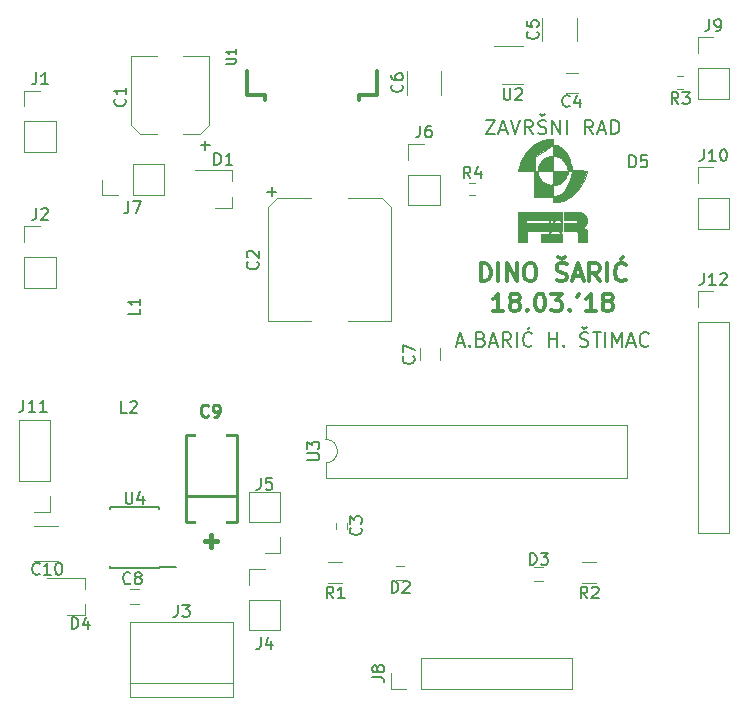
<source format=gbr>
G04 #@! TF.FileFunction,Legend,Top*
%FSLAX46Y46*%
G04 Gerber Fmt 4.6, Leading zero omitted, Abs format (unit mm)*
G04 Created by KiCad (PCBNEW 4.0.7) date 03/26/18 17:29:43*
%MOMM*%
%LPD*%
G01*
G04 APERTURE LIST*
%ADD10C,0.100000*%
%ADD11C,0.160000*%
%ADD12C,0.200000*%
%ADD13C,0.300000*%
%ADD14C,0.120000*%
%ADD15C,0.228600*%
%ADD16C,0.381000*%
%ADD17C,0.350000*%
%ADD18C,0.150000*%
%ADD19C,0.002540*%
%ADD20C,0.254000*%
%ADD21R,1.600000X3.500000*%
%ADD22R,2.500000X4.000000*%
%ADD23R,0.500000X0.600000*%
%ADD24R,1.500000X1.250000*%
%ADD25R,2.500000X2.000000*%
%ADD26R,1.250000X1.500000*%
%ADD27R,1.200000X0.750000*%
%ADD28R,2.550000X2.770000*%
%ADD29R,2.000000X2.500000*%
%ADD30R,1.900000X0.800000*%
%ADD31R,1.700000X1.700000*%
%ADD32O,1.700000X1.700000*%
%ADD33R,0.400000X1.350000*%
%ADD34O,1.250000X0.950000*%
%ADD35O,1.000000X1.550000*%
%ADD36R,4.000000X5.500000*%
%ADD37R,3.000000X3.200000*%
%ADD38R,1.500000X1.300000*%
%ADD39R,1.000000X3.850000*%
%ADD40R,10.950000X9.600000*%
%ADD41R,1.560000X0.650000*%
%ADD42R,1.600000X2.400000*%
%ADD43O,1.600000X2.400000*%
%ADD44R,1.550000X0.600000*%
%ADD45C,2.700000*%
%ADD46R,1.500000X2.600000*%
%ADD47R,2.600000X1.500000*%
%ADD48R,0.400000X0.600000*%
G04 APERTURE END LIST*
D10*
D11*
X149314287Y-72742857D02*
X150114287Y-72742857D01*
X149314287Y-73942857D01*
X150114287Y-73942857D01*
X150514286Y-73600000D02*
X151085715Y-73600000D01*
X150400001Y-73942857D02*
X150800001Y-72742857D01*
X151200001Y-73942857D01*
X151428572Y-72742857D02*
X151828572Y-73942857D01*
X152228572Y-72742857D01*
X153314286Y-73942857D02*
X152914286Y-73371429D01*
X152628571Y-73942857D02*
X152628571Y-72742857D01*
X153085714Y-72742857D01*
X153200000Y-72800000D01*
X153257143Y-72857143D01*
X153314286Y-72971429D01*
X153314286Y-73142857D01*
X153257143Y-73257143D01*
X153200000Y-73314286D01*
X153085714Y-73371429D01*
X152628571Y-73371429D01*
X153771428Y-73885714D02*
X153942857Y-73942857D01*
X154228571Y-73942857D01*
X154342857Y-73885714D01*
X154400000Y-73828571D01*
X154457143Y-73714286D01*
X154457143Y-73600000D01*
X154400000Y-73485714D01*
X154342857Y-73428571D01*
X154228571Y-73371429D01*
X154000000Y-73314286D01*
X153885714Y-73257143D01*
X153828571Y-73200000D01*
X153771428Y-73085714D01*
X153771428Y-72971429D01*
X153828571Y-72857143D01*
X153885714Y-72800000D01*
X154000000Y-72742857D01*
X154285714Y-72742857D01*
X154457143Y-72800000D01*
X153885714Y-72285714D02*
X154114286Y-72457143D01*
X154342857Y-72285714D01*
X154971428Y-73942857D02*
X154971428Y-72742857D01*
X155657143Y-73942857D01*
X155657143Y-72742857D01*
X156228571Y-73942857D02*
X156228571Y-72742857D01*
X158400001Y-73942857D02*
X158000001Y-73371429D01*
X157714286Y-73942857D02*
X157714286Y-72742857D01*
X158171429Y-72742857D01*
X158285715Y-72800000D01*
X158342858Y-72857143D01*
X158400001Y-72971429D01*
X158400001Y-73142857D01*
X158342858Y-73257143D01*
X158285715Y-73314286D01*
X158171429Y-73371429D01*
X157714286Y-73371429D01*
X158857143Y-73600000D02*
X159428572Y-73600000D01*
X158742858Y-73942857D02*
X159142858Y-72742857D01*
X159542858Y-73942857D01*
X159942857Y-73942857D02*
X159942857Y-72742857D01*
X160228572Y-72742857D01*
X160400000Y-72800000D01*
X160514286Y-72914286D01*
X160571429Y-73028571D01*
X160628572Y-73257143D01*
X160628572Y-73428571D01*
X160571429Y-73657143D01*
X160514286Y-73771429D01*
X160400000Y-73885714D01*
X160228572Y-73942857D01*
X159942857Y-73942857D01*
D12*
X146885713Y-91600000D02*
X147457142Y-91600000D01*
X146771428Y-91942857D02*
X147171428Y-90742857D01*
X147571428Y-91942857D01*
X147971427Y-91828571D02*
X148028570Y-91885714D01*
X147971427Y-91942857D01*
X147914284Y-91885714D01*
X147971427Y-91828571D01*
X147971427Y-91942857D01*
X148942856Y-91314286D02*
X149114285Y-91371429D01*
X149171428Y-91428571D01*
X149228571Y-91542857D01*
X149228571Y-91714286D01*
X149171428Y-91828571D01*
X149114285Y-91885714D01*
X148999999Y-91942857D01*
X148542856Y-91942857D01*
X148542856Y-90742857D01*
X148942856Y-90742857D01*
X149057142Y-90800000D01*
X149114285Y-90857143D01*
X149171428Y-90971429D01*
X149171428Y-91085714D01*
X149114285Y-91200000D01*
X149057142Y-91257143D01*
X148942856Y-91314286D01*
X148542856Y-91314286D01*
X149685713Y-91600000D02*
X150257142Y-91600000D01*
X149571428Y-91942857D02*
X149971428Y-90742857D01*
X150371428Y-91942857D01*
X151457142Y-91942857D02*
X151057142Y-91371429D01*
X150771427Y-91942857D02*
X150771427Y-90742857D01*
X151228570Y-90742857D01*
X151342856Y-90800000D01*
X151399999Y-90857143D01*
X151457142Y-90971429D01*
X151457142Y-91142857D01*
X151399999Y-91257143D01*
X151342856Y-91314286D01*
X151228570Y-91371429D01*
X150771427Y-91371429D01*
X151971427Y-91942857D02*
X151971427Y-90742857D01*
X153228571Y-91828571D02*
X153171428Y-91885714D01*
X152999999Y-91942857D01*
X152885713Y-91942857D01*
X152714285Y-91885714D01*
X152599999Y-91771429D01*
X152542856Y-91657143D01*
X152485713Y-91428571D01*
X152485713Y-91257143D01*
X152542856Y-91028571D01*
X152599999Y-90914286D01*
X152714285Y-90800000D01*
X152885713Y-90742857D01*
X152999999Y-90742857D01*
X153171428Y-90800000D01*
X153228571Y-90857143D01*
X153057142Y-90285714D02*
X152885713Y-90457143D01*
X154657142Y-91942857D02*
X154657142Y-90742857D01*
X154657142Y-91314286D02*
X155342857Y-91314286D01*
X155342857Y-91942857D02*
X155342857Y-90742857D01*
X155914285Y-91828571D02*
X155971428Y-91885714D01*
X155914285Y-91942857D01*
X155857142Y-91885714D01*
X155914285Y-91828571D01*
X155914285Y-91942857D01*
X157342857Y-91885714D02*
X157514286Y-91942857D01*
X157800000Y-91942857D01*
X157914286Y-91885714D01*
X157971429Y-91828571D01*
X158028572Y-91714286D01*
X158028572Y-91600000D01*
X157971429Y-91485714D01*
X157914286Y-91428571D01*
X157800000Y-91371429D01*
X157571429Y-91314286D01*
X157457143Y-91257143D01*
X157400000Y-91200000D01*
X157342857Y-91085714D01*
X157342857Y-90971429D01*
X157400000Y-90857143D01*
X157457143Y-90800000D01*
X157571429Y-90742857D01*
X157857143Y-90742857D01*
X158028572Y-90800000D01*
X157457143Y-90285714D02*
X157685715Y-90457143D01*
X157914286Y-90285714D01*
X158371429Y-90742857D02*
X159057143Y-90742857D01*
X158714286Y-91942857D02*
X158714286Y-90742857D01*
X159457143Y-91942857D02*
X159457143Y-90742857D01*
X160028572Y-91942857D02*
X160028572Y-90742857D01*
X160428572Y-91600000D01*
X160828572Y-90742857D01*
X160828572Y-91942857D01*
X161342858Y-91600000D02*
X161914287Y-91600000D01*
X161228573Y-91942857D02*
X161628573Y-90742857D01*
X162028573Y-91942857D01*
X163114287Y-91828571D02*
X163057144Y-91885714D01*
X162885715Y-91942857D01*
X162771429Y-91942857D01*
X162600001Y-91885714D01*
X162485715Y-91771429D01*
X162428572Y-91657143D01*
X162371429Y-91428571D01*
X162371429Y-91257143D01*
X162428572Y-91028571D01*
X162485715Y-90914286D01*
X162600001Y-90800000D01*
X162771429Y-90742857D01*
X162885715Y-90742857D01*
X163057144Y-90800000D01*
X163114287Y-90857143D01*
D13*
X148892857Y-86403571D02*
X148892857Y-84903571D01*
X149250000Y-84903571D01*
X149464285Y-84975000D01*
X149607143Y-85117857D01*
X149678571Y-85260714D01*
X149750000Y-85546429D01*
X149750000Y-85760714D01*
X149678571Y-86046429D01*
X149607143Y-86189286D01*
X149464285Y-86332143D01*
X149250000Y-86403571D01*
X148892857Y-86403571D01*
X150392857Y-86403571D02*
X150392857Y-84903571D01*
X151107143Y-86403571D02*
X151107143Y-84903571D01*
X151964286Y-86403571D01*
X151964286Y-84903571D01*
X152964286Y-84903571D02*
X153250000Y-84903571D01*
X153392858Y-84975000D01*
X153535715Y-85117857D01*
X153607143Y-85403571D01*
X153607143Y-85903571D01*
X153535715Y-86189286D01*
X153392858Y-86332143D01*
X153250000Y-86403571D01*
X152964286Y-86403571D01*
X152821429Y-86332143D01*
X152678572Y-86189286D01*
X152607143Y-85903571D01*
X152607143Y-85403571D01*
X152678572Y-85117857D01*
X152821429Y-84975000D01*
X152964286Y-84903571D01*
X155321429Y-86332143D02*
X155535715Y-86403571D01*
X155892858Y-86403571D01*
X156035715Y-86332143D01*
X156107144Y-86260714D01*
X156178572Y-86117857D01*
X156178572Y-85975000D01*
X156107144Y-85832143D01*
X156035715Y-85760714D01*
X155892858Y-85689286D01*
X155607144Y-85617857D01*
X155464286Y-85546429D01*
X155392858Y-85475000D01*
X155321429Y-85332143D01*
X155321429Y-85189286D01*
X155392858Y-85046429D01*
X155464286Y-84975000D01*
X155607144Y-84903571D01*
X155964286Y-84903571D01*
X156178572Y-84975000D01*
X155464286Y-84332143D02*
X155750001Y-84546429D01*
X156035715Y-84332143D01*
X156750000Y-85975000D02*
X157464286Y-85975000D01*
X156607143Y-86403571D02*
X157107143Y-84903571D01*
X157607143Y-86403571D01*
X158964286Y-86403571D02*
X158464286Y-85689286D01*
X158107143Y-86403571D02*
X158107143Y-84903571D01*
X158678571Y-84903571D01*
X158821429Y-84975000D01*
X158892857Y-85046429D01*
X158964286Y-85189286D01*
X158964286Y-85403571D01*
X158892857Y-85546429D01*
X158821429Y-85617857D01*
X158678571Y-85689286D01*
X158107143Y-85689286D01*
X159607143Y-86403571D02*
X159607143Y-84903571D01*
X161178572Y-86260714D02*
X161107143Y-86332143D01*
X160892857Y-86403571D01*
X160750000Y-86403571D01*
X160535715Y-86332143D01*
X160392857Y-86189286D01*
X160321429Y-86046429D01*
X160250000Y-85760714D01*
X160250000Y-85546429D01*
X160321429Y-85260714D01*
X160392857Y-85117857D01*
X160535715Y-84975000D01*
X160750000Y-84903571D01*
X160892857Y-84903571D01*
X161107143Y-84975000D01*
X161178572Y-85046429D01*
X160964286Y-84332143D02*
X160750000Y-84546429D01*
X150785715Y-88953571D02*
X149928572Y-88953571D01*
X150357144Y-88953571D02*
X150357144Y-87453571D01*
X150214287Y-87667857D01*
X150071429Y-87810714D01*
X149928572Y-87882143D01*
X151642858Y-88096429D02*
X151500000Y-88025000D01*
X151428572Y-87953571D01*
X151357143Y-87810714D01*
X151357143Y-87739286D01*
X151428572Y-87596429D01*
X151500000Y-87525000D01*
X151642858Y-87453571D01*
X151928572Y-87453571D01*
X152071429Y-87525000D01*
X152142858Y-87596429D01*
X152214286Y-87739286D01*
X152214286Y-87810714D01*
X152142858Y-87953571D01*
X152071429Y-88025000D01*
X151928572Y-88096429D01*
X151642858Y-88096429D01*
X151500000Y-88167857D01*
X151428572Y-88239286D01*
X151357143Y-88382143D01*
X151357143Y-88667857D01*
X151428572Y-88810714D01*
X151500000Y-88882143D01*
X151642858Y-88953571D01*
X151928572Y-88953571D01*
X152071429Y-88882143D01*
X152142858Y-88810714D01*
X152214286Y-88667857D01*
X152214286Y-88382143D01*
X152142858Y-88239286D01*
X152071429Y-88167857D01*
X151928572Y-88096429D01*
X152857143Y-88810714D02*
X152928571Y-88882143D01*
X152857143Y-88953571D01*
X152785714Y-88882143D01*
X152857143Y-88810714D01*
X152857143Y-88953571D01*
X153857143Y-87453571D02*
X154000000Y-87453571D01*
X154142857Y-87525000D01*
X154214286Y-87596429D01*
X154285715Y-87739286D01*
X154357143Y-88025000D01*
X154357143Y-88382143D01*
X154285715Y-88667857D01*
X154214286Y-88810714D01*
X154142857Y-88882143D01*
X154000000Y-88953571D01*
X153857143Y-88953571D01*
X153714286Y-88882143D01*
X153642857Y-88810714D01*
X153571429Y-88667857D01*
X153500000Y-88382143D01*
X153500000Y-88025000D01*
X153571429Y-87739286D01*
X153642857Y-87596429D01*
X153714286Y-87525000D01*
X153857143Y-87453571D01*
X154857143Y-87453571D02*
X155785714Y-87453571D01*
X155285714Y-88025000D01*
X155500000Y-88025000D01*
X155642857Y-88096429D01*
X155714286Y-88167857D01*
X155785714Y-88310714D01*
X155785714Y-88667857D01*
X155714286Y-88810714D01*
X155642857Y-88882143D01*
X155500000Y-88953571D01*
X155071428Y-88953571D01*
X154928571Y-88882143D01*
X154857143Y-88810714D01*
X156428571Y-88810714D02*
X156499999Y-88882143D01*
X156428571Y-88953571D01*
X156357142Y-88882143D01*
X156428571Y-88810714D01*
X156428571Y-88953571D01*
X157214285Y-87453571D02*
X157071428Y-87739286D01*
X158642857Y-88953571D02*
X157785714Y-88953571D01*
X158214286Y-88953571D02*
X158214286Y-87453571D01*
X158071429Y-87667857D01*
X157928571Y-87810714D01*
X157785714Y-87882143D01*
X159500000Y-88096429D02*
X159357142Y-88025000D01*
X159285714Y-87953571D01*
X159214285Y-87810714D01*
X159214285Y-87739286D01*
X159285714Y-87596429D01*
X159357142Y-87525000D01*
X159500000Y-87453571D01*
X159785714Y-87453571D01*
X159928571Y-87525000D01*
X160000000Y-87596429D01*
X160071428Y-87739286D01*
X160071428Y-87810714D01*
X160000000Y-87953571D01*
X159928571Y-88025000D01*
X159785714Y-88096429D01*
X159500000Y-88096429D01*
X159357142Y-88167857D01*
X159285714Y-88239286D01*
X159214285Y-88382143D01*
X159214285Y-88667857D01*
X159285714Y-88810714D01*
X159357142Y-88882143D01*
X159500000Y-88953571D01*
X159785714Y-88953571D01*
X159928571Y-88882143D01*
X160000000Y-88810714D01*
X160071428Y-88667857D01*
X160071428Y-88382143D01*
X160000000Y-88239286D01*
X159928571Y-88167857D01*
X159785714Y-88096429D01*
D14*
X125140000Y-73900000D02*
X123720000Y-73900000D01*
X125900000Y-67300000D02*
X123720000Y-67300000D01*
X119300000Y-67300000D02*
X121480000Y-67300000D01*
X120060000Y-73900000D02*
X121480000Y-73900000D01*
X125900000Y-67300000D02*
X125900000Y-73140000D01*
X125900000Y-73140000D02*
X125140000Y-73900000D01*
X120060000Y-73900000D02*
X119300000Y-73140000D01*
X119300000Y-73140000D02*
X119300000Y-67300000D01*
X140550000Y-79390000D02*
X137660000Y-79390000D01*
X131650000Y-79390000D02*
X134540000Y-79390000D01*
X130890000Y-89810000D02*
X134540000Y-89810000D01*
X141310000Y-89810000D02*
X137660000Y-89810000D01*
X130890000Y-89810000D02*
X130890000Y-80150000D01*
X130890000Y-80150000D02*
X131650000Y-79390000D01*
X140550000Y-79390000D02*
X141310000Y-80150000D01*
X141310000Y-80150000D02*
X141310000Y-89810000D01*
X137570000Y-107350000D02*
X137570000Y-106850000D01*
X136630000Y-106850000D02*
X136630000Y-107350000D01*
X157100000Y-68750000D02*
X156100000Y-68750000D01*
X156100000Y-70450000D02*
X157100000Y-70450000D01*
X154120000Y-64100000D02*
X154120000Y-66100000D01*
X157080000Y-66100000D02*
X157080000Y-64100000D01*
X142620000Y-68600000D02*
X142620000Y-70600000D01*
X145580000Y-70600000D02*
X145580000Y-68600000D01*
X143750000Y-92100000D02*
X143750000Y-93100000D01*
X145450000Y-93100000D02*
X145450000Y-92100000D01*
X119250000Y-112500000D02*
X119950000Y-112500000D01*
X119950000Y-113700000D02*
X119250000Y-113700000D01*
D15*
X123941000Y-104624000D02*
X128259000Y-104624000D01*
X128259000Y-106783000D02*
X128259000Y-99417000D01*
X123941000Y-106783000D02*
X123941000Y-99417000D01*
D16*
X126608000Y-108434000D02*
X125592000Y-108434000D01*
X126100000Y-107926000D02*
X126100000Y-108942000D01*
D15*
X123941000Y-106783000D02*
X128259000Y-106783000D01*
X128259000Y-99417000D02*
X123941000Y-99417000D01*
D14*
X113100000Y-107120000D02*
X111100000Y-107120000D01*
X111100000Y-110080000D02*
X113100000Y-110080000D01*
X127860000Y-80180000D02*
X127860000Y-79250000D01*
X127860000Y-77020000D02*
X127860000Y-77950000D01*
X127860000Y-77020000D02*
X124700000Y-77020000D01*
X127860000Y-80180000D02*
X126400000Y-80180000D01*
X142450000Y-111700000D02*
X141750000Y-111700000D01*
X141750000Y-110500000D02*
X142450000Y-110500000D01*
X153450000Y-110600000D02*
X154150000Y-110600000D01*
X154150000Y-111800000D02*
X153450000Y-111800000D01*
X115360000Y-114680000D02*
X115360000Y-113750000D01*
X115360000Y-111520000D02*
X115360000Y-112450000D01*
X115360000Y-111520000D02*
X112200000Y-111520000D01*
X115360000Y-114680000D02*
X113900000Y-114680000D01*
X110270000Y-75470000D02*
X112930000Y-75470000D01*
X110270000Y-72870000D02*
X110270000Y-75470000D01*
X112930000Y-72870000D02*
X112930000Y-75470000D01*
X110270000Y-72870000D02*
X112930000Y-72870000D01*
X110270000Y-71600000D02*
X110270000Y-70270000D01*
X110270000Y-70270000D02*
X111600000Y-70270000D01*
X110270000Y-86970000D02*
X112930000Y-86970000D01*
X110270000Y-84370000D02*
X110270000Y-86970000D01*
X112930000Y-84370000D02*
X112930000Y-86970000D01*
X110270000Y-84370000D02*
X112930000Y-84370000D01*
X110270000Y-83100000D02*
X110270000Y-81770000D01*
X110270000Y-81770000D02*
X111600000Y-81770000D01*
X119250000Y-121630000D02*
X127950000Y-121630000D01*
X119250000Y-115220000D02*
X127950000Y-115220000D01*
X127950000Y-115220000D02*
X127950000Y-121630000D01*
X127950000Y-120400000D02*
X119250000Y-120400000D01*
X119250000Y-121630000D02*
X119250000Y-115220000D01*
X129270000Y-115970000D02*
X131930000Y-115970000D01*
X129270000Y-113370000D02*
X129270000Y-115970000D01*
X131930000Y-113370000D02*
X131930000Y-115970000D01*
X129270000Y-113370000D02*
X131930000Y-113370000D01*
X129270000Y-112100000D02*
X129270000Y-110770000D01*
X129270000Y-110770000D02*
X130600000Y-110770000D01*
X131930000Y-104230000D02*
X129270000Y-104230000D01*
X131930000Y-106830000D02*
X131930000Y-104230000D01*
X129270000Y-106830000D02*
X129270000Y-104230000D01*
X131930000Y-106830000D02*
X129270000Y-106830000D01*
X131930000Y-108100000D02*
X131930000Y-109430000D01*
X131930000Y-109430000D02*
X130600000Y-109430000D01*
X142770000Y-79970000D02*
X145430000Y-79970000D01*
X142770000Y-77370000D02*
X142770000Y-79970000D01*
X145430000Y-77370000D02*
X145430000Y-79970000D01*
X142770000Y-77370000D02*
X145430000Y-77370000D01*
X142770000Y-76100000D02*
X142770000Y-74770000D01*
X142770000Y-74770000D02*
X144100000Y-74770000D01*
X156630000Y-120930000D02*
X156630000Y-118270000D01*
X143870000Y-120930000D02*
X156630000Y-120930000D01*
X143870000Y-118270000D02*
X156630000Y-118270000D01*
X143870000Y-120930000D02*
X143870000Y-118270000D01*
X142600000Y-120930000D02*
X141270000Y-120930000D01*
X141270000Y-120930000D02*
X141270000Y-119600000D01*
X167270000Y-70970000D02*
X169930000Y-70970000D01*
X167270000Y-68370000D02*
X167270000Y-70970000D01*
X169930000Y-68370000D02*
X169930000Y-70970000D01*
X167270000Y-68370000D02*
X169930000Y-68370000D01*
X167270000Y-67100000D02*
X167270000Y-65770000D01*
X167270000Y-65770000D02*
X168600000Y-65770000D01*
X167270000Y-81970000D02*
X169930000Y-81970000D01*
X167270000Y-79370000D02*
X167270000Y-81970000D01*
X169930000Y-79370000D02*
X169930000Y-81970000D01*
X167270000Y-79370000D02*
X169930000Y-79370000D01*
X167270000Y-78100000D02*
X167270000Y-76770000D01*
X167270000Y-76770000D02*
X168600000Y-76770000D01*
X112430000Y-98190000D02*
X109770000Y-98190000D01*
X112430000Y-103330000D02*
X112430000Y-98190000D01*
X109770000Y-103330000D02*
X109770000Y-98190000D01*
X112430000Y-103330000D02*
X109770000Y-103330000D01*
X112430000Y-104600000D02*
X112430000Y-105930000D01*
X112430000Y-105930000D02*
X111100000Y-105930000D01*
X167270000Y-107710000D02*
X169930000Y-107710000D01*
X167270000Y-89870000D02*
X167270000Y-107710000D01*
X169930000Y-89870000D02*
X169930000Y-107710000D01*
X167270000Y-89870000D02*
X169930000Y-89870000D01*
X167270000Y-88600000D02*
X167270000Y-87270000D01*
X167270000Y-87270000D02*
X168600000Y-87270000D01*
X137200000Y-111980000D02*
X136000000Y-111980000D01*
X136000000Y-110220000D02*
X137200000Y-110220000D01*
X157500000Y-110220000D02*
X158700000Y-110220000D01*
X158700000Y-111980000D02*
X157500000Y-111980000D01*
D17*
X140100000Y-70600000D02*
X138600000Y-70600000D01*
X138600000Y-70600000D02*
X138600000Y-71100000D01*
X129100000Y-70600000D02*
X130600000Y-70600000D01*
X130600000Y-70600000D02*
X130600000Y-71100000D01*
X140100000Y-68600000D02*
X140100000Y-70600000D01*
X129100000Y-68600000D02*
X129100000Y-70600000D01*
D14*
X150700000Y-69710000D02*
X152500000Y-69710000D01*
X152500000Y-66490000D02*
X150050000Y-66490000D01*
X135770000Y-99790000D02*
G75*
G02X135770000Y-101790000I0J-1000000D01*
G01*
X135770000Y-101790000D02*
X135770000Y-103040000D01*
X135770000Y-103040000D02*
X161290000Y-103040000D01*
X161290000Y-103040000D02*
X161290000Y-98540000D01*
X161290000Y-98540000D02*
X135770000Y-98540000D01*
X135770000Y-98540000D02*
X135770000Y-99790000D01*
D18*
X121675000Y-110675000D02*
X121675000Y-110625000D01*
X117525000Y-110675000D02*
X117525000Y-110530000D01*
X117525000Y-105525000D02*
X117525000Y-105670000D01*
X121675000Y-105525000D02*
X121675000Y-105670000D01*
X121675000Y-110675000D02*
X117525000Y-110675000D01*
X121675000Y-105525000D02*
X117525000Y-105525000D01*
X121675000Y-110625000D02*
X123075000Y-110625000D01*
D19*
G36*
X153892560Y-80560220D02*
X153890020Y-80880260D01*
X153890020Y-81200300D01*
X153333760Y-81202840D01*
X152777500Y-81205380D01*
X152777500Y-81352700D01*
X152777500Y-81502560D01*
X153331220Y-81502560D01*
X153884940Y-81502560D01*
X153884940Y-81822600D01*
X153884940Y-82145180D01*
X153773180Y-82150260D01*
X153742700Y-82152800D01*
X153694440Y-82152800D01*
X153633480Y-82152800D01*
X153559820Y-82155340D01*
X153481080Y-82155340D01*
X153394720Y-82155340D01*
X153303280Y-82155340D01*
X153234700Y-82155340D01*
X152805440Y-82155340D01*
X152802900Y-82622700D01*
X152800360Y-83087520D01*
X152437140Y-83087520D01*
X152358400Y-83090060D01*
X152282200Y-83090060D01*
X152216160Y-83087520D01*
X152160280Y-83087520D01*
X152114560Y-83087520D01*
X152084080Y-83087520D01*
X152068840Y-83084980D01*
X152066300Y-83084980D01*
X152066300Y-83074820D01*
X152066300Y-83049420D01*
X152063760Y-83006240D01*
X152063760Y-82947820D01*
X152063760Y-82876700D01*
X152063760Y-82790340D01*
X152063760Y-82693820D01*
X152061220Y-82587140D01*
X152061220Y-82470300D01*
X152061220Y-82343300D01*
X152061220Y-82208680D01*
X152061220Y-82068980D01*
X152061220Y-81921660D01*
X152061220Y-81820060D01*
X152061220Y-80560220D01*
X152978160Y-80560220D01*
X153892560Y-80560220D01*
X153892560Y-80560220D01*
X153892560Y-80560220D01*
G37*
X153892560Y-80560220D02*
X153890020Y-80880260D01*
X153890020Y-81200300D01*
X153333760Y-81202840D01*
X152777500Y-81205380D01*
X152777500Y-81352700D01*
X152777500Y-81502560D01*
X153331220Y-81502560D01*
X153884940Y-81502560D01*
X153884940Y-81822600D01*
X153884940Y-82145180D01*
X153773180Y-82150260D01*
X153742700Y-82152800D01*
X153694440Y-82152800D01*
X153633480Y-82152800D01*
X153559820Y-82155340D01*
X153481080Y-82155340D01*
X153394720Y-82155340D01*
X153303280Y-82155340D01*
X153234700Y-82155340D01*
X152805440Y-82155340D01*
X152802900Y-82622700D01*
X152800360Y-83087520D01*
X152437140Y-83087520D01*
X152358400Y-83090060D01*
X152282200Y-83090060D01*
X152216160Y-83087520D01*
X152160280Y-83087520D01*
X152114560Y-83087520D01*
X152084080Y-83087520D01*
X152068840Y-83084980D01*
X152066300Y-83084980D01*
X152066300Y-83074820D01*
X152066300Y-83049420D01*
X152063760Y-83006240D01*
X152063760Y-82947820D01*
X152063760Y-82876700D01*
X152063760Y-82790340D01*
X152063760Y-82693820D01*
X152061220Y-82587140D01*
X152061220Y-82470300D01*
X152061220Y-82343300D01*
X152061220Y-82208680D01*
X152061220Y-82068980D01*
X152061220Y-81921660D01*
X152061220Y-81820060D01*
X152061220Y-80560220D01*
X152978160Y-80560220D01*
X153892560Y-80560220D01*
X153892560Y-80560220D01*
G36*
X157903220Y-81284120D02*
X157895600Y-81393340D01*
X157875280Y-81489860D01*
X157842260Y-81578760D01*
X157794000Y-81657500D01*
X157735580Y-81726080D01*
X157677160Y-81776880D01*
X157608580Y-81822600D01*
X157534920Y-81858160D01*
X157466340Y-81883560D01*
X157453640Y-81886100D01*
X157425700Y-81893720D01*
X157415540Y-81901340D01*
X157420620Y-81908960D01*
X157443480Y-81911500D01*
X157451100Y-81911500D01*
X157476500Y-81914040D01*
X157512060Y-81919120D01*
X157557780Y-81926740D01*
X157608580Y-81936900D01*
X157659380Y-81947060D01*
X157707640Y-81957220D01*
X157743200Y-81964840D01*
X157768600Y-81972460D01*
X157773680Y-81975000D01*
X157809240Y-82000400D01*
X157842260Y-82038500D01*
X157870200Y-82089300D01*
X157880360Y-82117240D01*
X157882900Y-82127400D01*
X157885440Y-82142640D01*
X157887980Y-82162960D01*
X157890520Y-82188360D01*
X157890520Y-82221380D01*
X157893060Y-82264560D01*
X157893060Y-82317900D01*
X157893060Y-82381400D01*
X157893060Y-82462680D01*
X157893060Y-82556660D01*
X157893060Y-82622700D01*
X157890520Y-83087520D01*
X157524760Y-83087520D01*
X157446020Y-83090060D01*
X157372360Y-83090060D01*
X157306320Y-83087520D01*
X157250440Y-83087520D01*
X157204720Y-83087520D01*
X157174240Y-83087520D01*
X157156460Y-83084980D01*
X157156460Y-83084980D01*
X157153920Y-83074820D01*
X157153920Y-83049420D01*
X157151380Y-83008780D01*
X157151380Y-82955440D01*
X157151380Y-82891940D01*
X157151380Y-82820820D01*
X157148840Y-82744620D01*
X157148840Y-82719220D01*
X157148840Y-82610000D01*
X157148840Y-82521100D01*
X157148840Y-82449980D01*
X157146300Y-82394100D01*
X157143760Y-82353460D01*
X157141220Y-82330600D01*
X157138680Y-82328060D01*
X157113280Y-82274720D01*
X157072640Y-82234080D01*
X157014220Y-82201060D01*
X156945640Y-82178200D01*
X156927860Y-82173120D01*
X156905000Y-82170580D01*
X156877060Y-82168040D01*
X156841500Y-82168040D01*
X156798320Y-82165500D01*
X156742440Y-82162960D01*
X156673860Y-82162960D01*
X156592580Y-82160420D01*
X156496060Y-82160420D01*
X156412240Y-82157880D01*
X155942340Y-82155340D01*
X155944880Y-81835300D01*
X155947420Y-81517800D01*
X156478280Y-81512720D01*
X156595120Y-81510180D01*
X156691640Y-81510180D01*
X156775460Y-81510180D01*
X156844040Y-81507640D01*
X156899920Y-81507640D01*
X156945640Y-81505100D01*
X156981200Y-81502560D01*
X157006600Y-81497480D01*
X157026920Y-81492400D01*
X157042160Y-81487320D01*
X157052320Y-81479700D01*
X157059940Y-81472080D01*
X157065020Y-81459380D01*
X157070100Y-81449220D01*
X157072640Y-81444140D01*
X157090420Y-81388260D01*
X157090420Y-81337460D01*
X157077720Y-81289200D01*
X157049780Y-81246020D01*
X157024380Y-81225700D01*
X156991360Y-81202840D01*
X156468120Y-81202840D01*
X155942340Y-81202840D01*
X155942340Y-80880260D01*
X155942340Y-80560220D01*
X156653540Y-80562760D01*
X157362200Y-80565300D01*
X157443480Y-80593240D01*
X157524760Y-80626260D01*
X157595880Y-80666900D01*
X157661920Y-80717700D01*
X157682240Y-80735480D01*
X157753360Y-80814220D01*
X157811780Y-80903120D01*
X157857500Y-81002180D01*
X157887980Y-81111400D01*
X157900680Y-81228240D01*
X157903220Y-81284120D01*
X157903220Y-81284120D01*
X157903220Y-81284120D01*
G37*
X157903220Y-81284120D02*
X157895600Y-81393340D01*
X157875280Y-81489860D01*
X157842260Y-81578760D01*
X157794000Y-81657500D01*
X157735580Y-81726080D01*
X157677160Y-81776880D01*
X157608580Y-81822600D01*
X157534920Y-81858160D01*
X157466340Y-81883560D01*
X157453640Y-81886100D01*
X157425700Y-81893720D01*
X157415540Y-81901340D01*
X157420620Y-81908960D01*
X157443480Y-81911500D01*
X157451100Y-81911500D01*
X157476500Y-81914040D01*
X157512060Y-81919120D01*
X157557780Y-81926740D01*
X157608580Y-81936900D01*
X157659380Y-81947060D01*
X157707640Y-81957220D01*
X157743200Y-81964840D01*
X157768600Y-81972460D01*
X157773680Y-81975000D01*
X157809240Y-82000400D01*
X157842260Y-82038500D01*
X157870200Y-82089300D01*
X157880360Y-82117240D01*
X157882900Y-82127400D01*
X157885440Y-82142640D01*
X157887980Y-82162960D01*
X157890520Y-82188360D01*
X157890520Y-82221380D01*
X157893060Y-82264560D01*
X157893060Y-82317900D01*
X157893060Y-82381400D01*
X157893060Y-82462680D01*
X157893060Y-82556660D01*
X157893060Y-82622700D01*
X157890520Y-83087520D01*
X157524760Y-83087520D01*
X157446020Y-83090060D01*
X157372360Y-83090060D01*
X157306320Y-83087520D01*
X157250440Y-83087520D01*
X157204720Y-83087520D01*
X157174240Y-83087520D01*
X157156460Y-83084980D01*
X157156460Y-83084980D01*
X157153920Y-83074820D01*
X157153920Y-83049420D01*
X157151380Y-83008780D01*
X157151380Y-82955440D01*
X157151380Y-82891940D01*
X157151380Y-82820820D01*
X157148840Y-82744620D01*
X157148840Y-82719220D01*
X157148840Y-82610000D01*
X157148840Y-82521100D01*
X157148840Y-82449980D01*
X157146300Y-82394100D01*
X157143760Y-82353460D01*
X157141220Y-82330600D01*
X157138680Y-82328060D01*
X157113280Y-82274720D01*
X157072640Y-82234080D01*
X157014220Y-82201060D01*
X156945640Y-82178200D01*
X156927860Y-82173120D01*
X156905000Y-82170580D01*
X156877060Y-82168040D01*
X156841500Y-82168040D01*
X156798320Y-82165500D01*
X156742440Y-82162960D01*
X156673860Y-82162960D01*
X156592580Y-82160420D01*
X156496060Y-82160420D01*
X156412240Y-82157880D01*
X155942340Y-82155340D01*
X155944880Y-81835300D01*
X155947420Y-81517800D01*
X156478280Y-81512720D01*
X156595120Y-81510180D01*
X156691640Y-81510180D01*
X156775460Y-81510180D01*
X156844040Y-81507640D01*
X156899920Y-81507640D01*
X156945640Y-81505100D01*
X156981200Y-81502560D01*
X157006600Y-81497480D01*
X157026920Y-81492400D01*
X157042160Y-81487320D01*
X157052320Y-81479700D01*
X157059940Y-81472080D01*
X157065020Y-81459380D01*
X157070100Y-81449220D01*
X157072640Y-81444140D01*
X157090420Y-81388260D01*
X157090420Y-81337460D01*
X157077720Y-81289200D01*
X157049780Y-81246020D01*
X157024380Y-81225700D01*
X156991360Y-81202840D01*
X156468120Y-81202840D01*
X155942340Y-81202840D01*
X155942340Y-80880260D01*
X155942340Y-80560220D01*
X156653540Y-80562760D01*
X157362200Y-80565300D01*
X157443480Y-80593240D01*
X157524760Y-80626260D01*
X157595880Y-80666900D01*
X157661920Y-80717700D01*
X157682240Y-80735480D01*
X157753360Y-80814220D01*
X157811780Y-80903120D01*
X157857500Y-81002180D01*
X157887980Y-81111400D01*
X157900680Y-81228240D01*
X157903220Y-81284120D01*
X157903220Y-81284120D01*
G36*
X155772160Y-83082440D02*
X154911100Y-83082440D01*
X154786640Y-83082440D01*
X154669800Y-83082440D01*
X154558040Y-83079900D01*
X154453900Y-83079900D01*
X154357380Y-83079900D01*
X154273560Y-83079900D01*
X154199900Y-83079900D01*
X154138940Y-83077360D01*
X154093220Y-83077360D01*
X154060200Y-83077360D01*
X154044960Y-83074820D01*
X154044960Y-83074820D01*
X154042420Y-83064660D01*
X154042420Y-83039260D01*
X154039880Y-82998620D01*
X154039880Y-82947820D01*
X154039880Y-82884320D01*
X154037340Y-82815740D01*
X154037340Y-82754780D01*
X154037340Y-82437280D01*
X154903480Y-82437280D01*
X155772160Y-82437280D01*
X155772160Y-82759860D01*
X155772160Y-83082440D01*
X155772160Y-83082440D01*
X155772160Y-83082440D01*
G37*
X155772160Y-83082440D02*
X154911100Y-83082440D01*
X154786640Y-83082440D01*
X154669800Y-83082440D01*
X154558040Y-83079900D01*
X154453900Y-83079900D01*
X154357380Y-83079900D01*
X154273560Y-83079900D01*
X154199900Y-83079900D01*
X154138940Y-83077360D01*
X154093220Y-83077360D01*
X154060200Y-83077360D01*
X154044960Y-83074820D01*
X154044960Y-83074820D01*
X154042420Y-83064660D01*
X154042420Y-83039260D01*
X154039880Y-82998620D01*
X154039880Y-82947820D01*
X154039880Y-82884320D01*
X154037340Y-82815740D01*
X154037340Y-82754780D01*
X154037340Y-82437280D01*
X154903480Y-82437280D01*
X155772160Y-82437280D01*
X155772160Y-82759860D01*
X155772160Y-83082440D01*
X155772160Y-83082440D01*
G36*
X155772160Y-82155340D02*
X154903480Y-82155340D01*
X154037340Y-82155340D01*
X154039880Y-81837840D01*
X154042420Y-81517800D01*
X154906020Y-81515260D01*
X155772160Y-81512720D01*
X155772160Y-81835300D01*
X155772160Y-82155340D01*
X155772160Y-82155340D01*
X155772160Y-82155340D01*
G37*
X155772160Y-82155340D02*
X154903480Y-82155340D01*
X154037340Y-82155340D01*
X154039880Y-81837840D01*
X154042420Y-81517800D01*
X154906020Y-81515260D01*
X155772160Y-81512720D01*
X155772160Y-81835300D01*
X155772160Y-82155340D01*
X155772160Y-82155340D01*
G36*
X155789940Y-81202840D02*
X154913640Y-81202840D01*
X154037340Y-81202840D01*
X154037340Y-80882800D01*
X154037340Y-80560220D01*
X154913640Y-80560220D01*
X155789940Y-80560220D01*
X155789940Y-80882800D01*
X155789940Y-81202840D01*
X155789940Y-81202840D01*
X155789940Y-81202840D01*
G37*
X155789940Y-81202840D02*
X154913640Y-81202840D01*
X154037340Y-81202840D01*
X154037340Y-80882800D01*
X154037340Y-80560220D01*
X154913640Y-80560220D01*
X155789940Y-80560220D01*
X155789940Y-80882800D01*
X155789940Y-81202840D01*
X155789940Y-81202840D01*
G36*
X157910840Y-77039780D02*
X157910840Y-77049940D01*
X157903220Y-77075340D01*
X157893060Y-77110900D01*
X157882900Y-77154080D01*
X157875280Y-77179480D01*
X157801620Y-77428400D01*
X157712720Y-77667160D01*
X157616200Y-77895760D01*
X157506980Y-78114200D01*
X157390140Y-78322480D01*
X157260600Y-78515520D01*
X157123440Y-78698400D01*
X156978660Y-78866040D01*
X156826260Y-79020980D01*
X156663700Y-79163220D01*
X156615440Y-79198780D01*
X156615440Y-77052480D01*
X156612900Y-77049940D01*
X156602740Y-77044860D01*
X156584960Y-77042320D01*
X156557020Y-77042320D01*
X156516380Y-77039780D01*
X156457960Y-77039780D01*
X156442720Y-77039780D01*
X156270000Y-77039780D01*
X156270000Y-77093120D01*
X156267460Y-77128680D01*
X156262380Y-77171860D01*
X156257300Y-77207420D01*
X156257300Y-77032160D01*
X156254760Y-76978820D01*
X156234440Y-76831500D01*
X156198880Y-76689260D01*
X156145540Y-76552100D01*
X156079500Y-76422560D01*
X155995680Y-76298100D01*
X155901700Y-76186340D01*
X155792480Y-76084740D01*
X155673100Y-75995840D01*
X155614680Y-75960280D01*
X155523240Y-75912020D01*
X155416560Y-75871380D01*
X155304800Y-75835820D01*
X155193040Y-75810420D01*
X155099060Y-75797720D01*
X155063500Y-75795180D01*
X155033020Y-75792640D01*
X155015240Y-75792640D01*
X155012700Y-75792640D01*
X155012700Y-75800260D01*
X155012700Y-75825660D01*
X155010160Y-75866300D01*
X155010160Y-75922180D01*
X155010160Y-75988220D01*
X155007620Y-76066960D01*
X155007620Y-76153320D01*
X155005080Y-76247300D01*
X155005080Y-76348900D01*
X155005080Y-76412400D01*
X154997460Y-77032160D01*
X155627380Y-77032160D01*
X156257300Y-77032160D01*
X156257300Y-77207420D01*
X156257300Y-77217580D01*
X156252220Y-77237900D01*
X156214120Y-77385220D01*
X156160780Y-77527460D01*
X156092200Y-77659540D01*
X156008380Y-77781460D01*
X155911860Y-77895760D01*
X155802640Y-77994820D01*
X155680720Y-78083720D01*
X155589280Y-78137060D01*
X155467360Y-78192940D01*
X155342900Y-78236120D01*
X155213360Y-78266600D01*
X155096520Y-78284380D01*
X155000000Y-78294540D01*
X155000000Y-78759360D01*
X155000000Y-79226720D01*
X155035560Y-79226720D01*
X155058420Y-79224180D01*
X155096520Y-79221640D01*
X155137160Y-79219100D01*
X155144780Y-79216560D01*
X155287020Y-79191160D01*
X155424180Y-79145440D01*
X155558800Y-79084480D01*
X155685800Y-79008280D01*
X155807720Y-78914300D01*
X155924560Y-78802540D01*
X156028700Y-78683160D01*
X156137920Y-78533300D01*
X156236980Y-78368200D01*
X156325880Y-78190400D01*
X156404620Y-77999900D01*
X156473200Y-77799240D01*
X156529080Y-77588420D01*
X156572260Y-77367440D01*
X156597660Y-77207420D01*
X156602740Y-77156620D01*
X156607820Y-77113440D01*
X156612900Y-77080420D01*
X156615440Y-77057560D01*
X156615440Y-77052480D01*
X156615440Y-79198780D01*
X156496060Y-79287680D01*
X156320800Y-79396900D01*
X156140460Y-79488340D01*
X156049020Y-79528980D01*
X155878840Y-79592480D01*
X155711200Y-79640740D01*
X155541020Y-79676300D01*
X155360680Y-79699160D01*
X155281940Y-79706780D01*
X155218440Y-79711860D01*
X155157480Y-79714400D01*
X155101600Y-79716940D01*
X155055880Y-79716940D01*
X155020320Y-79714400D01*
X155000000Y-79711860D01*
X154997460Y-79709320D01*
X154994920Y-79699160D01*
X154994920Y-79673760D01*
X154992380Y-79635660D01*
X154992380Y-79584860D01*
X154989840Y-79526440D01*
X154989840Y-79470560D01*
X154989840Y-79234340D01*
X154989840Y-75785020D01*
X154989840Y-75327820D01*
X154989840Y-75238920D01*
X154989840Y-75155100D01*
X154989840Y-75078900D01*
X154989840Y-75012860D01*
X154987300Y-74956980D01*
X154987300Y-74913800D01*
X154984760Y-74885860D01*
X154982220Y-74873160D01*
X154982220Y-74873160D01*
X154974600Y-74878240D01*
X154951740Y-74893480D01*
X154916180Y-74918880D01*
X154870460Y-74949360D01*
X154812040Y-74990000D01*
X154743460Y-75035720D01*
X154667260Y-75089060D01*
X154583440Y-75147480D01*
X154492000Y-75210980D01*
X154392940Y-75277020D01*
X154291340Y-75348140D01*
X154220220Y-75396400D01*
X153465840Y-75919640D01*
X153465840Y-76475900D01*
X153465840Y-77032160D01*
X153592840Y-77032160D01*
X153717300Y-77032160D01*
X153724920Y-76955960D01*
X153745240Y-76816260D01*
X153783340Y-76676560D01*
X153836680Y-76541940D01*
X153905260Y-76412400D01*
X153989080Y-76290480D01*
X154083060Y-76178720D01*
X154088140Y-76173640D01*
X154199900Y-76072040D01*
X154321820Y-75985680D01*
X154453900Y-75914560D01*
X154593600Y-75858680D01*
X154740920Y-75818040D01*
X154888240Y-75795180D01*
X154989840Y-75785020D01*
X154989840Y-79234340D01*
X154982220Y-79234340D01*
X154982220Y-77667160D01*
X154982220Y-77049940D01*
X154349760Y-77049940D01*
X153717300Y-77049940D01*
X153724920Y-77118520D01*
X153747780Y-77265840D01*
X153785880Y-77408080D01*
X153839220Y-77545240D01*
X153910340Y-77672240D01*
X153994160Y-77794160D01*
X154090680Y-77903380D01*
X154199900Y-77999900D01*
X154321820Y-78086260D01*
X154377700Y-78119280D01*
X154492000Y-78172620D01*
X154613920Y-78215800D01*
X154743460Y-78248820D01*
X154870460Y-78271680D01*
X154893320Y-78271680D01*
X154931420Y-78276760D01*
X154959360Y-78279300D01*
X154977140Y-78281840D01*
X154979680Y-78281840D01*
X154979680Y-78274220D01*
X154979680Y-78248820D01*
X154979680Y-78208180D01*
X154979680Y-78152300D01*
X154982220Y-78086260D01*
X154982220Y-78010060D01*
X154982220Y-77923700D01*
X154982220Y-77827180D01*
X154982220Y-77728120D01*
X154982220Y-77667160D01*
X154982220Y-79234340D01*
X154215140Y-79234340D01*
X153440440Y-79234340D01*
X153440440Y-78137060D01*
X153440440Y-77039780D01*
X152754640Y-77039780D01*
X152068840Y-77039780D01*
X152073920Y-77011840D01*
X152084080Y-76973740D01*
X152096780Y-76922940D01*
X152114560Y-76864520D01*
X152134880Y-76798480D01*
X152155200Y-76727360D01*
X152175520Y-76658780D01*
X152198380Y-76595280D01*
X152216160Y-76539400D01*
X152228860Y-76501300D01*
X152327920Y-76260000D01*
X152434600Y-76028860D01*
X152553980Y-75812960D01*
X152680980Y-75609760D01*
X152818140Y-75419260D01*
X152965460Y-75244000D01*
X153117860Y-75083980D01*
X153282960Y-74939200D01*
X153453140Y-74807120D01*
X153630940Y-74692820D01*
X153818900Y-74593760D01*
X154011940Y-74512480D01*
X154072900Y-74489620D01*
X154215140Y-74446440D01*
X154357380Y-74410880D01*
X154502160Y-74385480D01*
X154654560Y-74367700D01*
X154819660Y-74357540D01*
X154829820Y-74357540D01*
X155000000Y-74352460D01*
X155000000Y-74593760D01*
X155000000Y-74832520D01*
X155078740Y-74840140D01*
X155228600Y-74860460D01*
X155373380Y-74898560D01*
X155510540Y-74954440D01*
X155642620Y-75025560D01*
X155767080Y-75114460D01*
X155886460Y-75221140D01*
X156000760Y-75345600D01*
X156107440Y-75485300D01*
X156191260Y-75612300D01*
X156282700Y-75779940D01*
X156363980Y-75960280D01*
X156437640Y-76150780D01*
X156501140Y-76351440D01*
X156551940Y-76557180D01*
X156590040Y-76765460D01*
X156607820Y-76917860D01*
X156620520Y-77027080D01*
X157265680Y-77029620D01*
X157372360Y-77029620D01*
X157473960Y-77029620D01*
X157567940Y-77029620D01*
X157654300Y-77032160D01*
X157727960Y-77032160D01*
X157794000Y-77034700D01*
X157844800Y-77034700D01*
X157882900Y-77037240D01*
X157905760Y-77037240D01*
X157910840Y-77039780D01*
X157910840Y-77039780D01*
X157910840Y-77039780D01*
G37*
X157910840Y-77039780D02*
X157910840Y-77049940D01*
X157903220Y-77075340D01*
X157893060Y-77110900D01*
X157882900Y-77154080D01*
X157875280Y-77179480D01*
X157801620Y-77428400D01*
X157712720Y-77667160D01*
X157616200Y-77895760D01*
X157506980Y-78114200D01*
X157390140Y-78322480D01*
X157260600Y-78515520D01*
X157123440Y-78698400D01*
X156978660Y-78866040D01*
X156826260Y-79020980D01*
X156663700Y-79163220D01*
X156615440Y-79198780D01*
X156615440Y-77052480D01*
X156612900Y-77049940D01*
X156602740Y-77044860D01*
X156584960Y-77042320D01*
X156557020Y-77042320D01*
X156516380Y-77039780D01*
X156457960Y-77039780D01*
X156442720Y-77039780D01*
X156270000Y-77039780D01*
X156270000Y-77093120D01*
X156267460Y-77128680D01*
X156262380Y-77171860D01*
X156257300Y-77207420D01*
X156257300Y-77032160D01*
X156254760Y-76978820D01*
X156234440Y-76831500D01*
X156198880Y-76689260D01*
X156145540Y-76552100D01*
X156079500Y-76422560D01*
X155995680Y-76298100D01*
X155901700Y-76186340D01*
X155792480Y-76084740D01*
X155673100Y-75995840D01*
X155614680Y-75960280D01*
X155523240Y-75912020D01*
X155416560Y-75871380D01*
X155304800Y-75835820D01*
X155193040Y-75810420D01*
X155099060Y-75797720D01*
X155063500Y-75795180D01*
X155033020Y-75792640D01*
X155015240Y-75792640D01*
X155012700Y-75792640D01*
X155012700Y-75800260D01*
X155012700Y-75825660D01*
X155010160Y-75866300D01*
X155010160Y-75922180D01*
X155010160Y-75988220D01*
X155007620Y-76066960D01*
X155007620Y-76153320D01*
X155005080Y-76247300D01*
X155005080Y-76348900D01*
X155005080Y-76412400D01*
X154997460Y-77032160D01*
X155627380Y-77032160D01*
X156257300Y-77032160D01*
X156257300Y-77207420D01*
X156257300Y-77217580D01*
X156252220Y-77237900D01*
X156214120Y-77385220D01*
X156160780Y-77527460D01*
X156092200Y-77659540D01*
X156008380Y-77781460D01*
X155911860Y-77895760D01*
X155802640Y-77994820D01*
X155680720Y-78083720D01*
X155589280Y-78137060D01*
X155467360Y-78192940D01*
X155342900Y-78236120D01*
X155213360Y-78266600D01*
X155096520Y-78284380D01*
X155000000Y-78294540D01*
X155000000Y-78759360D01*
X155000000Y-79226720D01*
X155035560Y-79226720D01*
X155058420Y-79224180D01*
X155096520Y-79221640D01*
X155137160Y-79219100D01*
X155144780Y-79216560D01*
X155287020Y-79191160D01*
X155424180Y-79145440D01*
X155558800Y-79084480D01*
X155685800Y-79008280D01*
X155807720Y-78914300D01*
X155924560Y-78802540D01*
X156028700Y-78683160D01*
X156137920Y-78533300D01*
X156236980Y-78368200D01*
X156325880Y-78190400D01*
X156404620Y-77999900D01*
X156473200Y-77799240D01*
X156529080Y-77588420D01*
X156572260Y-77367440D01*
X156597660Y-77207420D01*
X156602740Y-77156620D01*
X156607820Y-77113440D01*
X156612900Y-77080420D01*
X156615440Y-77057560D01*
X156615440Y-77052480D01*
X156615440Y-79198780D01*
X156496060Y-79287680D01*
X156320800Y-79396900D01*
X156140460Y-79488340D01*
X156049020Y-79528980D01*
X155878840Y-79592480D01*
X155711200Y-79640740D01*
X155541020Y-79676300D01*
X155360680Y-79699160D01*
X155281940Y-79706780D01*
X155218440Y-79711860D01*
X155157480Y-79714400D01*
X155101600Y-79716940D01*
X155055880Y-79716940D01*
X155020320Y-79714400D01*
X155000000Y-79711860D01*
X154997460Y-79709320D01*
X154994920Y-79699160D01*
X154994920Y-79673760D01*
X154992380Y-79635660D01*
X154992380Y-79584860D01*
X154989840Y-79526440D01*
X154989840Y-79470560D01*
X154989840Y-79234340D01*
X154989840Y-75785020D01*
X154989840Y-75327820D01*
X154989840Y-75238920D01*
X154989840Y-75155100D01*
X154989840Y-75078900D01*
X154989840Y-75012860D01*
X154987300Y-74956980D01*
X154987300Y-74913800D01*
X154984760Y-74885860D01*
X154982220Y-74873160D01*
X154982220Y-74873160D01*
X154974600Y-74878240D01*
X154951740Y-74893480D01*
X154916180Y-74918880D01*
X154870460Y-74949360D01*
X154812040Y-74990000D01*
X154743460Y-75035720D01*
X154667260Y-75089060D01*
X154583440Y-75147480D01*
X154492000Y-75210980D01*
X154392940Y-75277020D01*
X154291340Y-75348140D01*
X154220220Y-75396400D01*
X153465840Y-75919640D01*
X153465840Y-76475900D01*
X153465840Y-77032160D01*
X153592840Y-77032160D01*
X153717300Y-77032160D01*
X153724920Y-76955960D01*
X153745240Y-76816260D01*
X153783340Y-76676560D01*
X153836680Y-76541940D01*
X153905260Y-76412400D01*
X153989080Y-76290480D01*
X154083060Y-76178720D01*
X154088140Y-76173640D01*
X154199900Y-76072040D01*
X154321820Y-75985680D01*
X154453900Y-75914560D01*
X154593600Y-75858680D01*
X154740920Y-75818040D01*
X154888240Y-75795180D01*
X154989840Y-75785020D01*
X154989840Y-79234340D01*
X154982220Y-79234340D01*
X154982220Y-77667160D01*
X154982220Y-77049940D01*
X154349760Y-77049940D01*
X153717300Y-77049940D01*
X153724920Y-77118520D01*
X153747780Y-77265840D01*
X153785880Y-77408080D01*
X153839220Y-77545240D01*
X153910340Y-77672240D01*
X153994160Y-77794160D01*
X154090680Y-77903380D01*
X154199900Y-77999900D01*
X154321820Y-78086260D01*
X154377700Y-78119280D01*
X154492000Y-78172620D01*
X154613920Y-78215800D01*
X154743460Y-78248820D01*
X154870460Y-78271680D01*
X154893320Y-78271680D01*
X154931420Y-78276760D01*
X154959360Y-78279300D01*
X154977140Y-78281840D01*
X154979680Y-78281840D01*
X154979680Y-78274220D01*
X154979680Y-78248820D01*
X154979680Y-78208180D01*
X154979680Y-78152300D01*
X154982220Y-78086260D01*
X154982220Y-78010060D01*
X154982220Y-77923700D01*
X154982220Y-77827180D01*
X154982220Y-77728120D01*
X154982220Y-77667160D01*
X154982220Y-79234340D01*
X154215140Y-79234340D01*
X153440440Y-79234340D01*
X153440440Y-78137060D01*
X153440440Y-77039780D01*
X152754640Y-77039780D01*
X152068840Y-77039780D01*
X152073920Y-77011840D01*
X152084080Y-76973740D01*
X152096780Y-76922940D01*
X152114560Y-76864520D01*
X152134880Y-76798480D01*
X152155200Y-76727360D01*
X152175520Y-76658780D01*
X152198380Y-76595280D01*
X152216160Y-76539400D01*
X152228860Y-76501300D01*
X152327920Y-76260000D01*
X152434600Y-76028860D01*
X152553980Y-75812960D01*
X152680980Y-75609760D01*
X152818140Y-75419260D01*
X152965460Y-75244000D01*
X153117860Y-75083980D01*
X153282960Y-74939200D01*
X153453140Y-74807120D01*
X153630940Y-74692820D01*
X153818900Y-74593760D01*
X154011940Y-74512480D01*
X154072900Y-74489620D01*
X154215140Y-74446440D01*
X154357380Y-74410880D01*
X154502160Y-74385480D01*
X154654560Y-74367700D01*
X154819660Y-74357540D01*
X154829820Y-74357540D01*
X155000000Y-74352460D01*
X155000000Y-74593760D01*
X155000000Y-74832520D01*
X155078740Y-74840140D01*
X155228600Y-74860460D01*
X155373380Y-74898560D01*
X155510540Y-74954440D01*
X155642620Y-75025560D01*
X155767080Y-75114460D01*
X155886460Y-75221140D01*
X156000760Y-75345600D01*
X156107440Y-75485300D01*
X156191260Y-75612300D01*
X156282700Y-75779940D01*
X156363980Y-75960280D01*
X156437640Y-76150780D01*
X156501140Y-76351440D01*
X156551940Y-76557180D01*
X156590040Y-76765460D01*
X156607820Y-76917860D01*
X156620520Y-77027080D01*
X157265680Y-77029620D01*
X157372360Y-77029620D01*
X157473960Y-77029620D01*
X157567940Y-77029620D01*
X157654300Y-77032160D01*
X157727960Y-77032160D01*
X157794000Y-77034700D01*
X157844800Y-77034700D01*
X157882900Y-77037240D01*
X157905760Y-77037240D01*
X157910840Y-77039780D01*
X157910840Y-77039780D01*
D14*
X122070000Y-79130000D02*
X122070000Y-76470000D01*
X119470000Y-79130000D02*
X122070000Y-79130000D01*
X119470000Y-76470000D02*
X122070000Y-76470000D01*
X119470000Y-79130000D02*
X119470000Y-76470000D01*
X118200000Y-79130000D02*
X116870000Y-79130000D01*
X116870000Y-79130000D02*
X116870000Y-77800000D01*
X165550000Y-70130000D02*
X166050000Y-70130000D01*
X166050000Y-69070000D02*
X165550000Y-69070000D01*
X148450000Y-78070000D02*
X147950000Y-78070000D01*
X147950000Y-79130000D02*
X148450000Y-79130000D01*
D18*
X118757143Y-70966666D02*
X118804762Y-71014285D01*
X118852381Y-71157142D01*
X118852381Y-71252380D01*
X118804762Y-71395238D01*
X118709524Y-71490476D01*
X118614286Y-71538095D01*
X118423810Y-71585714D01*
X118280952Y-71585714D01*
X118090476Y-71538095D01*
X117995238Y-71490476D01*
X117900000Y-71395238D01*
X117852381Y-71252380D01*
X117852381Y-71157142D01*
X117900000Y-71014285D01*
X117947619Y-70966666D01*
X118852381Y-70014285D02*
X118852381Y-70585714D01*
X118852381Y-70300000D02*
X117852381Y-70300000D01*
X117995238Y-70395238D01*
X118090476Y-70490476D01*
X118138095Y-70585714D01*
X125581429Y-75260952D02*
X125581429Y-74499047D01*
X125962381Y-74879999D02*
X125200476Y-74879999D01*
X129997143Y-84766666D02*
X130044762Y-84814285D01*
X130092381Y-84957142D01*
X130092381Y-85052380D01*
X130044762Y-85195238D01*
X129949524Y-85290476D01*
X129854286Y-85338095D01*
X129663810Y-85385714D01*
X129520952Y-85385714D01*
X129330476Y-85338095D01*
X129235238Y-85290476D01*
X129140000Y-85195238D01*
X129092381Y-85052380D01*
X129092381Y-84957142D01*
X129140000Y-84814285D01*
X129187619Y-84766666D01*
X129187619Y-84385714D02*
X129140000Y-84338095D01*
X129092381Y-84242857D01*
X129092381Y-84004761D01*
X129140000Y-83909523D01*
X129187619Y-83861904D01*
X129282857Y-83814285D01*
X129378095Y-83814285D01*
X129520952Y-83861904D01*
X130092381Y-84433333D01*
X130092381Y-83814285D01*
X131201429Y-79200952D02*
X131201429Y-78439047D01*
X131582381Y-78819999D02*
X130820476Y-78819999D01*
X138727143Y-107266666D02*
X138774762Y-107314285D01*
X138822381Y-107457142D01*
X138822381Y-107552380D01*
X138774762Y-107695238D01*
X138679524Y-107790476D01*
X138584286Y-107838095D01*
X138393810Y-107885714D01*
X138250952Y-107885714D01*
X138060476Y-107838095D01*
X137965238Y-107790476D01*
X137870000Y-107695238D01*
X137822381Y-107552380D01*
X137822381Y-107457142D01*
X137870000Y-107314285D01*
X137917619Y-107266666D01*
X137822381Y-106933333D02*
X137822381Y-106314285D01*
X138203333Y-106647619D01*
X138203333Y-106504761D01*
X138250952Y-106409523D01*
X138298571Y-106361904D01*
X138393810Y-106314285D01*
X138631905Y-106314285D01*
X138727143Y-106361904D01*
X138774762Y-106409523D01*
X138822381Y-106504761D01*
X138822381Y-106790476D01*
X138774762Y-106885714D01*
X138727143Y-106933333D01*
X156433334Y-71557143D02*
X156385715Y-71604762D01*
X156242858Y-71652381D01*
X156147620Y-71652381D01*
X156004762Y-71604762D01*
X155909524Y-71509524D01*
X155861905Y-71414286D01*
X155814286Y-71223810D01*
X155814286Y-71080952D01*
X155861905Y-70890476D01*
X155909524Y-70795238D01*
X156004762Y-70700000D01*
X156147620Y-70652381D01*
X156242858Y-70652381D01*
X156385715Y-70700000D01*
X156433334Y-70747619D01*
X157290477Y-70985714D02*
X157290477Y-71652381D01*
X157052381Y-70604762D02*
X156814286Y-71319048D01*
X157433334Y-71319048D01*
X153707143Y-65266666D02*
X153754762Y-65314285D01*
X153802381Y-65457142D01*
X153802381Y-65552380D01*
X153754762Y-65695238D01*
X153659524Y-65790476D01*
X153564286Y-65838095D01*
X153373810Y-65885714D01*
X153230952Y-65885714D01*
X153040476Y-65838095D01*
X152945238Y-65790476D01*
X152850000Y-65695238D01*
X152802381Y-65552380D01*
X152802381Y-65457142D01*
X152850000Y-65314285D01*
X152897619Y-65266666D01*
X152802381Y-64361904D02*
X152802381Y-64838095D01*
X153278571Y-64885714D01*
X153230952Y-64838095D01*
X153183333Y-64742857D01*
X153183333Y-64504761D01*
X153230952Y-64409523D01*
X153278571Y-64361904D01*
X153373810Y-64314285D01*
X153611905Y-64314285D01*
X153707143Y-64361904D01*
X153754762Y-64409523D01*
X153802381Y-64504761D01*
X153802381Y-64742857D01*
X153754762Y-64838095D01*
X153707143Y-64885714D01*
X142207143Y-69766666D02*
X142254762Y-69814285D01*
X142302381Y-69957142D01*
X142302381Y-70052380D01*
X142254762Y-70195238D01*
X142159524Y-70290476D01*
X142064286Y-70338095D01*
X141873810Y-70385714D01*
X141730952Y-70385714D01*
X141540476Y-70338095D01*
X141445238Y-70290476D01*
X141350000Y-70195238D01*
X141302381Y-70052380D01*
X141302381Y-69957142D01*
X141350000Y-69814285D01*
X141397619Y-69766666D01*
X141302381Y-68909523D02*
X141302381Y-69100000D01*
X141350000Y-69195238D01*
X141397619Y-69242857D01*
X141540476Y-69338095D01*
X141730952Y-69385714D01*
X142111905Y-69385714D01*
X142207143Y-69338095D01*
X142254762Y-69290476D01*
X142302381Y-69195238D01*
X142302381Y-69004761D01*
X142254762Y-68909523D01*
X142207143Y-68861904D01*
X142111905Y-68814285D01*
X141873810Y-68814285D01*
X141778571Y-68861904D01*
X141730952Y-68909523D01*
X141683333Y-69004761D01*
X141683333Y-69195238D01*
X141730952Y-69290476D01*
X141778571Y-69338095D01*
X141873810Y-69385714D01*
X143207143Y-92766666D02*
X143254762Y-92814285D01*
X143302381Y-92957142D01*
X143302381Y-93052380D01*
X143254762Y-93195238D01*
X143159524Y-93290476D01*
X143064286Y-93338095D01*
X142873810Y-93385714D01*
X142730952Y-93385714D01*
X142540476Y-93338095D01*
X142445238Y-93290476D01*
X142350000Y-93195238D01*
X142302381Y-93052380D01*
X142302381Y-92957142D01*
X142350000Y-92814285D01*
X142397619Y-92766666D01*
X142302381Y-92433333D02*
X142302381Y-91766666D01*
X143302381Y-92195238D01*
X119233334Y-111957143D02*
X119185715Y-112004762D01*
X119042858Y-112052381D01*
X118947620Y-112052381D01*
X118804762Y-112004762D01*
X118709524Y-111909524D01*
X118661905Y-111814286D01*
X118614286Y-111623810D01*
X118614286Y-111480952D01*
X118661905Y-111290476D01*
X118709524Y-111195238D01*
X118804762Y-111100000D01*
X118947620Y-111052381D01*
X119042858Y-111052381D01*
X119185715Y-111100000D01*
X119233334Y-111147619D01*
X119804762Y-111480952D02*
X119709524Y-111433333D01*
X119661905Y-111385714D01*
X119614286Y-111290476D01*
X119614286Y-111242857D01*
X119661905Y-111147619D01*
X119709524Y-111100000D01*
X119804762Y-111052381D01*
X119995239Y-111052381D01*
X120090477Y-111100000D01*
X120138096Y-111147619D01*
X120185715Y-111242857D01*
X120185715Y-111290476D01*
X120138096Y-111385714D01*
X120090477Y-111433333D01*
X119995239Y-111480952D01*
X119804762Y-111480952D01*
X119709524Y-111528571D01*
X119661905Y-111576190D01*
X119614286Y-111671429D01*
X119614286Y-111861905D01*
X119661905Y-111957143D01*
X119709524Y-112004762D01*
X119804762Y-112052381D01*
X119995239Y-112052381D01*
X120090477Y-112004762D01*
X120138096Y-111957143D01*
X120185715Y-111861905D01*
X120185715Y-111671429D01*
X120138096Y-111576190D01*
X120090477Y-111528571D01*
X119995239Y-111480952D01*
D20*
X125830667Y-97762857D02*
X125782286Y-97811238D01*
X125637143Y-97859619D01*
X125540381Y-97859619D01*
X125395239Y-97811238D01*
X125298477Y-97714476D01*
X125250096Y-97617714D01*
X125201715Y-97424190D01*
X125201715Y-97279048D01*
X125250096Y-97085524D01*
X125298477Y-96988762D01*
X125395239Y-96892000D01*
X125540381Y-96843619D01*
X125637143Y-96843619D01*
X125782286Y-96892000D01*
X125830667Y-96940381D01*
X126314477Y-97859619D02*
X126508001Y-97859619D01*
X126604762Y-97811238D01*
X126653143Y-97762857D01*
X126749905Y-97617714D01*
X126798286Y-97424190D01*
X126798286Y-97037143D01*
X126749905Y-96940381D01*
X126701524Y-96892000D01*
X126604762Y-96843619D01*
X126411239Y-96843619D01*
X126314477Y-96892000D01*
X126266096Y-96940381D01*
X126217715Y-97037143D01*
X126217715Y-97279048D01*
X126266096Y-97375810D01*
X126314477Y-97424190D01*
X126411239Y-97472571D01*
X126604762Y-97472571D01*
X126701524Y-97424190D01*
X126749905Y-97375810D01*
X126798286Y-97279048D01*
D18*
X111557143Y-111157143D02*
X111509524Y-111204762D01*
X111366667Y-111252381D01*
X111271429Y-111252381D01*
X111128571Y-111204762D01*
X111033333Y-111109524D01*
X110985714Y-111014286D01*
X110938095Y-110823810D01*
X110938095Y-110680952D01*
X110985714Y-110490476D01*
X111033333Y-110395238D01*
X111128571Y-110300000D01*
X111271429Y-110252381D01*
X111366667Y-110252381D01*
X111509524Y-110300000D01*
X111557143Y-110347619D01*
X112509524Y-111252381D02*
X111938095Y-111252381D01*
X112223809Y-111252381D02*
X112223809Y-110252381D01*
X112128571Y-110395238D01*
X112033333Y-110490476D01*
X111938095Y-110538095D01*
X113128571Y-110252381D02*
X113223810Y-110252381D01*
X113319048Y-110300000D01*
X113366667Y-110347619D01*
X113414286Y-110442857D01*
X113461905Y-110633333D01*
X113461905Y-110871429D01*
X113414286Y-111061905D01*
X113366667Y-111157143D01*
X113319048Y-111204762D01*
X113223810Y-111252381D01*
X113128571Y-111252381D01*
X113033333Y-111204762D01*
X112985714Y-111157143D01*
X112938095Y-111061905D01*
X112890476Y-110871429D01*
X112890476Y-110633333D01*
X112938095Y-110442857D01*
X112985714Y-110347619D01*
X113033333Y-110300000D01*
X113128571Y-110252381D01*
X126361905Y-76552381D02*
X126361905Y-75552381D01*
X126600000Y-75552381D01*
X126742858Y-75600000D01*
X126838096Y-75695238D01*
X126885715Y-75790476D01*
X126933334Y-75980952D01*
X126933334Y-76123810D01*
X126885715Y-76314286D01*
X126838096Y-76409524D01*
X126742858Y-76504762D01*
X126600000Y-76552381D01*
X126361905Y-76552381D01*
X127885715Y-76552381D02*
X127314286Y-76552381D01*
X127600000Y-76552381D02*
X127600000Y-75552381D01*
X127504762Y-75695238D01*
X127409524Y-75790476D01*
X127314286Y-75838095D01*
X141361905Y-112802381D02*
X141361905Y-111802381D01*
X141600000Y-111802381D01*
X141742858Y-111850000D01*
X141838096Y-111945238D01*
X141885715Y-112040476D01*
X141933334Y-112230952D01*
X141933334Y-112373810D01*
X141885715Y-112564286D01*
X141838096Y-112659524D01*
X141742858Y-112754762D01*
X141600000Y-112802381D01*
X141361905Y-112802381D01*
X142314286Y-111897619D02*
X142361905Y-111850000D01*
X142457143Y-111802381D01*
X142695239Y-111802381D01*
X142790477Y-111850000D01*
X142838096Y-111897619D01*
X142885715Y-111992857D01*
X142885715Y-112088095D01*
X142838096Y-112230952D01*
X142266667Y-112802381D01*
X142885715Y-112802381D01*
X153061905Y-110402381D02*
X153061905Y-109402381D01*
X153300000Y-109402381D01*
X153442858Y-109450000D01*
X153538096Y-109545238D01*
X153585715Y-109640476D01*
X153633334Y-109830952D01*
X153633334Y-109973810D01*
X153585715Y-110164286D01*
X153538096Y-110259524D01*
X153442858Y-110354762D01*
X153300000Y-110402381D01*
X153061905Y-110402381D01*
X153966667Y-109402381D02*
X154585715Y-109402381D01*
X154252381Y-109783333D01*
X154395239Y-109783333D01*
X154490477Y-109830952D01*
X154538096Y-109878571D01*
X154585715Y-109973810D01*
X154585715Y-110211905D01*
X154538096Y-110307143D01*
X154490477Y-110354762D01*
X154395239Y-110402381D01*
X154109524Y-110402381D01*
X154014286Y-110354762D01*
X153966667Y-110307143D01*
X114261905Y-115852381D02*
X114261905Y-114852381D01*
X114500000Y-114852381D01*
X114642858Y-114900000D01*
X114738096Y-114995238D01*
X114785715Y-115090476D01*
X114833334Y-115280952D01*
X114833334Y-115423810D01*
X114785715Y-115614286D01*
X114738096Y-115709524D01*
X114642858Y-115804762D01*
X114500000Y-115852381D01*
X114261905Y-115852381D01*
X115690477Y-115185714D02*
X115690477Y-115852381D01*
X115452381Y-114804762D02*
X115214286Y-115519048D01*
X115833334Y-115519048D01*
X111266667Y-68722381D02*
X111266667Y-69436667D01*
X111219047Y-69579524D01*
X111123809Y-69674762D01*
X110980952Y-69722381D01*
X110885714Y-69722381D01*
X112266667Y-69722381D02*
X111695238Y-69722381D01*
X111980952Y-69722381D02*
X111980952Y-68722381D01*
X111885714Y-68865238D01*
X111790476Y-68960476D01*
X111695238Y-69008095D01*
X111266667Y-80222381D02*
X111266667Y-80936667D01*
X111219047Y-81079524D01*
X111123809Y-81174762D01*
X110980952Y-81222381D01*
X110885714Y-81222381D01*
X111695238Y-80317619D02*
X111742857Y-80270000D01*
X111838095Y-80222381D01*
X112076191Y-80222381D01*
X112171429Y-80270000D01*
X112219048Y-80317619D01*
X112266667Y-80412857D01*
X112266667Y-80508095D01*
X112219048Y-80650952D01*
X111647619Y-81222381D01*
X112266667Y-81222381D01*
X123266667Y-113812381D02*
X123266667Y-114526667D01*
X123219047Y-114669524D01*
X123123809Y-114764762D01*
X122980952Y-114812381D01*
X122885714Y-114812381D01*
X123647619Y-113812381D02*
X124266667Y-113812381D01*
X123933333Y-114193333D01*
X124076191Y-114193333D01*
X124171429Y-114240952D01*
X124219048Y-114288571D01*
X124266667Y-114383810D01*
X124266667Y-114621905D01*
X124219048Y-114717143D01*
X124171429Y-114764762D01*
X124076191Y-114812381D01*
X123790476Y-114812381D01*
X123695238Y-114764762D01*
X123647619Y-114717143D01*
X130266667Y-116552381D02*
X130266667Y-117266667D01*
X130219047Y-117409524D01*
X130123809Y-117504762D01*
X129980952Y-117552381D01*
X129885714Y-117552381D01*
X131171429Y-116885714D02*
X131171429Y-117552381D01*
X130933333Y-116504762D02*
X130695238Y-117219048D01*
X131314286Y-117219048D01*
X130266667Y-103052381D02*
X130266667Y-103766667D01*
X130219047Y-103909524D01*
X130123809Y-104004762D01*
X129980952Y-104052381D01*
X129885714Y-104052381D01*
X131219048Y-103052381D02*
X130742857Y-103052381D01*
X130695238Y-103528571D01*
X130742857Y-103480952D01*
X130838095Y-103433333D01*
X131076191Y-103433333D01*
X131171429Y-103480952D01*
X131219048Y-103528571D01*
X131266667Y-103623810D01*
X131266667Y-103861905D01*
X131219048Y-103957143D01*
X131171429Y-104004762D01*
X131076191Y-104052381D01*
X130838095Y-104052381D01*
X130742857Y-104004762D01*
X130695238Y-103957143D01*
X143766667Y-73222381D02*
X143766667Y-73936667D01*
X143719047Y-74079524D01*
X143623809Y-74174762D01*
X143480952Y-74222381D01*
X143385714Y-74222381D01*
X144671429Y-73222381D02*
X144480952Y-73222381D01*
X144385714Y-73270000D01*
X144338095Y-73317619D01*
X144242857Y-73460476D01*
X144195238Y-73650952D01*
X144195238Y-74031905D01*
X144242857Y-74127143D01*
X144290476Y-74174762D01*
X144385714Y-74222381D01*
X144576191Y-74222381D01*
X144671429Y-74174762D01*
X144719048Y-74127143D01*
X144766667Y-74031905D01*
X144766667Y-73793810D01*
X144719048Y-73698571D01*
X144671429Y-73650952D01*
X144576191Y-73603333D01*
X144385714Y-73603333D01*
X144290476Y-73650952D01*
X144242857Y-73698571D01*
X144195238Y-73793810D01*
X139722381Y-119933333D02*
X140436667Y-119933333D01*
X140579524Y-119980953D01*
X140674762Y-120076191D01*
X140722381Y-120219048D01*
X140722381Y-120314286D01*
X140150952Y-119314286D02*
X140103333Y-119409524D01*
X140055714Y-119457143D01*
X139960476Y-119504762D01*
X139912857Y-119504762D01*
X139817619Y-119457143D01*
X139770000Y-119409524D01*
X139722381Y-119314286D01*
X139722381Y-119123809D01*
X139770000Y-119028571D01*
X139817619Y-118980952D01*
X139912857Y-118933333D01*
X139960476Y-118933333D01*
X140055714Y-118980952D01*
X140103333Y-119028571D01*
X140150952Y-119123809D01*
X140150952Y-119314286D01*
X140198571Y-119409524D01*
X140246190Y-119457143D01*
X140341429Y-119504762D01*
X140531905Y-119504762D01*
X140627143Y-119457143D01*
X140674762Y-119409524D01*
X140722381Y-119314286D01*
X140722381Y-119123809D01*
X140674762Y-119028571D01*
X140627143Y-118980952D01*
X140531905Y-118933333D01*
X140341429Y-118933333D01*
X140246190Y-118980952D01*
X140198571Y-119028571D01*
X140150952Y-119123809D01*
X168266667Y-64222381D02*
X168266667Y-64936667D01*
X168219047Y-65079524D01*
X168123809Y-65174762D01*
X167980952Y-65222381D01*
X167885714Y-65222381D01*
X168790476Y-65222381D02*
X168980952Y-65222381D01*
X169076191Y-65174762D01*
X169123810Y-65127143D01*
X169219048Y-64984286D01*
X169266667Y-64793810D01*
X169266667Y-64412857D01*
X169219048Y-64317619D01*
X169171429Y-64270000D01*
X169076191Y-64222381D01*
X168885714Y-64222381D01*
X168790476Y-64270000D01*
X168742857Y-64317619D01*
X168695238Y-64412857D01*
X168695238Y-64650952D01*
X168742857Y-64746190D01*
X168790476Y-64793810D01*
X168885714Y-64841429D01*
X169076191Y-64841429D01*
X169171429Y-64793810D01*
X169219048Y-64746190D01*
X169266667Y-64650952D01*
X167790477Y-75222381D02*
X167790477Y-75936667D01*
X167742857Y-76079524D01*
X167647619Y-76174762D01*
X167504762Y-76222381D01*
X167409524Y-76222381D01*
X168790477Y-76222381D02*
X168219048Y-76222381D01*
X168504762Y-76222381D02*
X168504762Y-75222381D01*
X168409524Y-75365238D01*
X168314286Y-75460476D01*
X168219048Y-75508095D01*
X169409524Y-75222381D02*
X169504763Y-75222381D01*
X169600001Y-75270000D01*
X169647620Y-75317619D01*
X169695239Y-75412857D01*
X169742858Y-75603333D01*
X169742858Y-75841429D01*
X169695239Y-76031905D01*
X169647620Y-76127143D01*
X169600001Y-76174762D01*
X169504763Y-76222381D01*
X169409524Y-76222381D01*
X169314286Y-76174762D01*
X169266667Y-76127143D01*
X169219048Y-76031905D01*
X169171429Y-75841429D01*
X169171429Y-75603333D01*
X169219048Y-75412857D01*
X169266667Y-75317619D01*
X169314286Y-75270000D01*
X169409524Y-75222381D01*
X110190477Y-96452381D02*
X110190477Y-97166667D01*
X110142857Y-97309524D01*
X110047619Y-97404762D01*
X109904762Y-97452381D01*
X109809524Y-97452381D01*
X111190477Y-97452381D02*
X110619048Y-97452381D01*
X110904762Y-97452381D02*
X110904762Y-96452381D01*
X110809524Y-96595238D01*
X110714286Y-96690476D01*
X110619048Y-96738095D01*
X112142858Y-97452381D02*
X111571429Y-97452381D01*
X111857143Y-97452381D02*
X111857143Y-96452381D01*
X111761905Y-96595238D01*
X111666667Y-96690476D01*
X111571429Y-96738095D01*
X167790477Y-85722381D02*
X167790477Y-86436667D01*
X167742857Y-86579524D01*
X167647619Y-86674762D01*
X167504762Y-86722381D01*
X167409524Y-86722381D01*
X168790477Y-86722381D02*
X168219048Y-86722381D01*
X168504762Y-86722381D02*
X168504762Y-85722381D01*
X168409524Y-85865238D01*
X168314286Y-85960476D01*
X168219048Y-86008095D01*
X169171429Y-85817619D02*
X169219048Y-85770000D01*
X169314286Y-85722381D01*
X169552382Y-85722381D01*
X169647620Y-85770000D01*
X169695239Y-85817619D01*
X169742858Y-85912857D01*
X169742858Y-86008095D01*
X169695239Y-86150952D01*
X169123810Y-86722381D01*
X169742858Y-86722381D01*
X120052381Y-88741666D02*
X120052381Y-89217857D01*
X119052381Y-89217857D01*
X120052381Y-87884523D02*
X120052381Y-88455952D01*
X120052381Y-88170238D02*
X119052381Y-88170238D01*
X119195238Y-88265476D01*
X119290476Y-88360714D01*
X119338095Y-88455952D01*
X118933334Y-97552381D02*
X118457143Y-97552381D01*
X118457143Y-96552381D01*
X119219048Y-96647619D02*
X119266667Y-96600000D01*
X119361905Y-96552381D01*
X119600001Y-96552381D01*
X119695239Y-96600000D01*
X119742858Y-96647619D01*
X119790477Y-96742857D01*
X119790477Y-96838095D01*
X119742858Y-96980952D01*
X119171429Y-97552381D01*
X119790477Y-97552381D01*
X136433334Y-113252381D02*
X136100000Y-112776190D01*
X135861905Y-113252381D02*
X135861905Y-112252381D01*
X136242858Y-112252381D01*
X136338096Y-112300000D01*
X136385715Y-112347619D01*
X136433334Y-112442857D01*
X136433334Y-112585714D01*
X136385715Y-112680952D01*
X136338096Y-112728571D01*
X136242858Y-112776190D01*
X135861905Y-112776190D01*
X137385715Y-113252381D02*
X136814286Y-113252381D01*
X137100000Y-113252381D02*
X137100000Y-112252381D01*
X137004762Y-112395238D01*
X136909524Y-112490476D01*
X136814286Y-112538095D01*
X157933334Y-113252381D02*
X157600000Y-112776190D01*
X157361905Y-113252381D02*
X157361905Y-112252381D01*
X157742858Y-112252381D01*
X157838096Y-112300000D01*
X157885715Y-112347619D01*
X157933334Y-112442857D01*
X157933334Y-112585714D01*
X157885715Y-112680952D01*
X157838096Y-112728571D01*
X157742858Y-112776190D01*
X157361905Y-112776190D01*
X158314286Y-112347619D02*
X158361905Y-112300000D01*
X158457143Y-112252381D01*
X158695239Y-112252381D01*
X158790477Y-112300000D01*
X158838096Y-112347619D01*
X158885715Y-112442857D01*
X158885715Y-112538095D01*
X158838096Y-112680952D01*
X158266667Y-113252381D01*
X158885715Y-113252381D01*
X127361905Y-68009524D02*
X128009524Y-68009524D01*
X128085714Y-67971429D01*
X128123810Y-67933333D01*
X128161905Y-67857143D01*
X128161905Y-67704762D01*
X128123810Y-67628571D01*
X128085714Y-67590476D01*
X128009524Y-67552381D01*
X127361905Y-67552381D01*
X128161905Y-66752381D02*
X128161905Y-67209524D01*
X128161905Y-66980953D02*
X127361905Y-66980953D01*
X127476190Y-67057143D01*
X127552381Y-67133334D01*
X127590476Y-67209524D01*
X150838095Y-70052381D02*
X150838095Y-70861905D01*
X150885714Y-70957143D01*
X150933333Y-71004762D01*
X151028571Y-71052381D01*
X151219048Y-71052381D01*
X151314286Y-71004762D01*
X151361905Y-70957143D01*
X151409524Y-70861905D01*
X151409524Y-70052381D01*
X151838095Y-70147619D02*
X151885714Y-70100000D01*
X151980952Y-70052381D01*
X152219048Y-70052381D01*
X152314286Y-70100000D01*
X152361905Y-70147619D01*
X152409524Y-70242857D01*
X152409524Y-70338095D01*
X152361905Y-70480952D01*
X151790476Y-71052381D01*
X152409524Y-71052381D01*
X134222381Y-101551905D02*
X135031905Y-101551905D01*
X135127143Y-101504286D01*
X135174762Y-101456667D01*
X135222381Y-101361429D01*
X135222381Y-101170952D01*
X135174762Y-101075714D01*
X135127143Y-101028095D01*
X135031905Y-100980476D01*
X134222381Y-100980476D01*
X134222381Y-100599524D02*
X134222381Y-99980476D01*
X134603333Y-100313810D01*
X134603333Y-100170952D01*
X134650952Y-100075714D01*
X134698571Y-100028095D01*
X134793810Y-99980476D01*
X135031905Y-99980476D01*
X135127143Y-100028095D01*
X135174762Y-100075714D01*
X135222381Y-100170952D01*
X135222381Y-100456667D01*
X135174762Y-100551905D01*
X135127143Y-100599524D01*
X118838095Y-104252381D02*
X118838095Y-105061905D01*
X118885714Y-105157143D01*
X118933333Y-105204762D01*
X119028571Y-105252381D01*
X119219048Y-105252381D01*
X119314286Y-105204762D01*
X119361905Y-105157143D01*
X119409524Y-105061905D01*
X119409524Y-104252381D01*
X120314286Y-104585714D02*
X120314286Y-105252381D01*
X120076190Y-104204762D02*
X119838095Y-104919048D01*
X120457143Y-104919048D01*
X119066667Y-79652381D02*
X119066667Y-80366667D01*
X119019047Y-80509524D01*
X118923809Y-80604762D01*
X118780952Y-80652381D01*
X118685714Y-80652381D01*
X119447619Y-79652381D02*
X120114286Y-79652381D01*
X119685714Y-80652381D01*
X161486905Y-76752381D02*
X161486905Y-75752381D01*
X161725000Y-75752381D01*
X161867858Y-75800000D01*
X161963096Y-75895238D01*
X162010715Y-75990476D01*
X162058334Y-76180952D01*
X162058334Y-76323810D01*
X162010715Y-76514286D01*
X161963096Y-76609524D01*
X161867858Y-76704762D01*
X161725000Y-76752381D01*
X161486905Y-76752381D01*
X162963096Y-75752381D02*
X162486905Y-75752381D01*
X162439286Y-76228571D01*
X162486905Y-76180952D01*
X162582143Y-76133333D01*
X162820239Y-76133333D01*
X162915477Y-76180952D01*
X162963096Y-76228571D01*
X163010715Y-76323810D01*
X163010715Y-76561905D01*
X162963096Y-76657143D01*
X162915477Y-76704762D01*
X162820239Y-76752381D01*
X162582143Y-76752381D01*
X162486905Y-76704762D01*
X162439286Y-76657143D01*
X155752381Y-82713095D02*
X154752381Y-82713095D01*
X154752381Y-82475000D01*
X154800000Y-82332142D01*
X154895238Y-82236904D01*
X154990476Y-82189285D01*
X155180952Y-82141666D01*
X155323810Y-82141666D01*
X155514286Y-82189285D01*
X155609524Y-82236904D01*
X155704762Y-82332142D01*
X155752381Y-82475000D01*
X155752381Y-82713095D01*
X154752381Y-81284523D02*
X154752381Y-81475000D01*
X154800000Y-81570238D01*
X154847619Y-81617857D01*
X154990476Y-81713095D01*
X155180952Y-81760714D01*
X155561905Y-81760714D01*
X155657143Y-81713095D01*
X155704762Y-81665476D01*
X155752381Y-81570238D01*
X155752381Y-81379761D01*
X155704762Y-81284523D01*
X155657143Y-81236904D01*
X155561905Y-81189285D01*
X155323810Y-81189285D01*
X155228571Y-81236904D01*
X155180952Y-81284523D01*
X155133333Y-81379761D01*
X155133333Y-81570238D01*
X155180952Y-81665476D01*
X155228571Y-81713095D01*
X155323810Y-81760714D01*
X165633334Y-71402381D02*
X165300000Y-70926190D01*
X165061905Y-71402381D02*
X165061905Y-70402381D01*
X165442858Y-70402381D01*
X165538096Y-70450000D01*
X165585715Y-70497619D01*
X165633334Y-70592857D01*
X165633334Y-70735714D01*
X165585715Y-70830952D01*
X165538096Y-70878571D01*
X165442858Y-70926190D01*
X165061905Y-70926190D01*
X165966667Y-70402381D02*
X166585715Y-70402381D01*
X166252381Y-70783333D01*
X166395239Y-70783333D01*
X166490477Y-70830952D01*
X166538096Y-70878571D01*
X166585715Y-70973810D01*
X166585715Y-71211905D01*
X166538096Y-71307143D01*
X166490477Y-71354762D01*
X166395239Y-71402381D01*
X166109524Y-71402381D01*
X166014286Y-71354762D01*
X165966667Y-71307143D01*
X148033334Y-77702381D02*
X147700000Y-77226190D01*
X147461905Y-77702381D02*
X147461905Y-76702381D01*
X147842858Y-76702381D01*
X147938096Y-76750000D01*
X147985715Y-76797619D01*
X148033334Y-76892857D01*
X148033334Y-77035714D01*
X147985715Y-77130952D01*
X147938096Y-77178571D01*
X147842858Y-77226190D01*
X147461905Y-77226190D01*
X148890477Y-77035714D02*
X148890477Y-77702381D01*
X148652381Y-76654762D02*
X148414286Y-77369048D01*
X149033334Y-77369048D01*
%LPC*%
D21*
X122600000Y-73300000D03*
X122600000Y-67900000D03*
D22*
X136100000Y-80600000D03*
X136100000Y-88600000D03*
D23*
X137100000Y-106550000D03*
X137100000Y-107650000D03*
D24*
X155350000Y-69600000D03*
X157850000Y-69600000D03*
D25*
X155600000Y-67100000D03*
X155600000Y-63100000D03*
X144100000Y-71600000D03*
X144100000Y-67600000D03*
D26*
X144600000Y-93850000D03*
X144600000Y-91350000D03*
D27*
X118650000Y-113100000D03*
X120550000Y-113100000D03*
D28*
X126100000Y-106320000D03*
X126100000Y-99880000D03*
D29*
X110100000Y-108600000D03*
X114100000Y-108600000D03*
D30*
X125600000Y-77650000D03*
X125600000Y-79550000D03*
X128600000Y-78600000D03*
D27*
X143050000Y-111100000D03*
X141150000Y-111100000D03*
X152850000Y-111200000D03*
X154750000Y-111200000D03*
D30*
X113100000Y-112150000D03*
X113100000Y-114050000D03*
X116100000Y-113100000D03*
D31*
X111600000Y-71600000D03*
D32*
X111600000Y-74140000D03*
D31*
X111600000Y-83100000D03*
D32*
X111600000Y-85640000D03*
D33*
X122300000Y-116250000D03*
X122950000Y-116250000D03*
X123600000Y-116250000D03*
X124250000Y-116250000D03*
X124900000Y-116250000D03*
D34*
X121100000Y-116250000D03*
X126100000Y-116250000D03*
D35*
X120100000Y-118950000D03*
X127100000Y-118950000D03*
D31*
X130600000Y-112100000D03*
D32*
X130600000Y-114640000D03*
D31*
X130600000Y-108100000D03*
D32*
X130600000Y-105560000D03*
D31*
X144100000Y-76100000D03*
D32*
X144100000Y-78640000D03*
D31*
X142600000Y-119600000D03*
D32*
X145140000Y-119600000D03*
X147680000Y-119600000D03*
X150220000Y-119600000D03*
X152760000Y-119600000D03*
X155300000Y-119600000D03*
D31*
X168600000Y-67100000D03*
D32*
X168600000Y-69640000D03*
D31*
X168600000Y-78100000D03*
D32*
X168600000Y-80640000D03*
D31*
X111100000Y-104600000D03*
D32*
X111100000Y-102060000D03*
X111100000Y-99520000D03*
D31*
X168600000Y-88600000D03*
D32*
X168600000Y-91140000D03*
X168600000Y-93680000D03*
X168600000Y-96220000D03*
X168600000Y-98760000D03*
X168600000Y-101300000D03*
X168600000Y-103840000D03*
X168600000Y-106380000D03*
D36*
X123600000Y-92850000D03*
X123600000Y-84350000D03*
D37*
X121550000Y-100775000D03*
X116650000Y-100600000D03*
D38*
X135250000Y-111100000D03*
X137950000Y-111100000D03*
X159450000Y-111100000D03*
X156750000Y-111100000D03*
D39*
X131200000Y-73800000D03*
D40*
X134600000Y-62900000D03*
D39*
X132900000Y-73800000D03*
X134600000Y-73800000D03*
X136300000Y-73800000D03*
X138000000Y-73800000D03*
D41*
X150250000Y-67150000D03*
X150250000Y-68100000D03*
X150250000Y-69050000D03*
X152950000Y-69050000D03*
X152950000Y-67150000D03*
D42*
X137100000Y-104600000D03*
D43*
X159960000Y-96980000D03*
X139640000Y-104600000D03*
X157420000Y-96980000D03*
X142180000Y-104600000D03*
X154880000Y-96980000D03*
X144720000Y-104600000D03*
X152340000Y-96980000D03*
X147260000Y-104600000D03*
X149800000Y-96980000D03*
X149800000Y-104600000D03*
X147260000Y-96980000D03*
X152340000Y-104600000D03*
X144720000Y-96980000D03*
X154880000Y-104600000D03*
X142180000Y-96980000D03*
X157420000Y-104600000D03*
X139640000Y-96980000D03*
X159960000Y-104600000D03*
X137100000Y-96980000D03*
D44*
X122300000Y-110005000D03*
X122300000Y-108735000D03*
X122300000Y-107465000D03*
X122300000Y-106195000D03*
X116900000Y-106195000D03*
X116900000Y-107465000D03*
X116900000Y-108735000D03*
X116900000Y-110005000D03*
D45*
X168000000Y-60200000D03*
X111200000Y-60200000D03*
X111200000Y-118400000D03*
X168000000Y-118600000D03*
D31*
X118200000Y-77800000D03*
D32*
X120740000Y-77800000D03*
D46*
X163700000Y-69600000D03*
X160700000Y-69600000D03*
D47*
X148600000Y-80500000D03*
X148600000Y-83500000D03*
D48*
X166250000Y-69600000D03*
X165350000Y-69600000D03*
X147750000Y-78600000D03*
X148650000Y-78600000D03*
M02*

</source>
